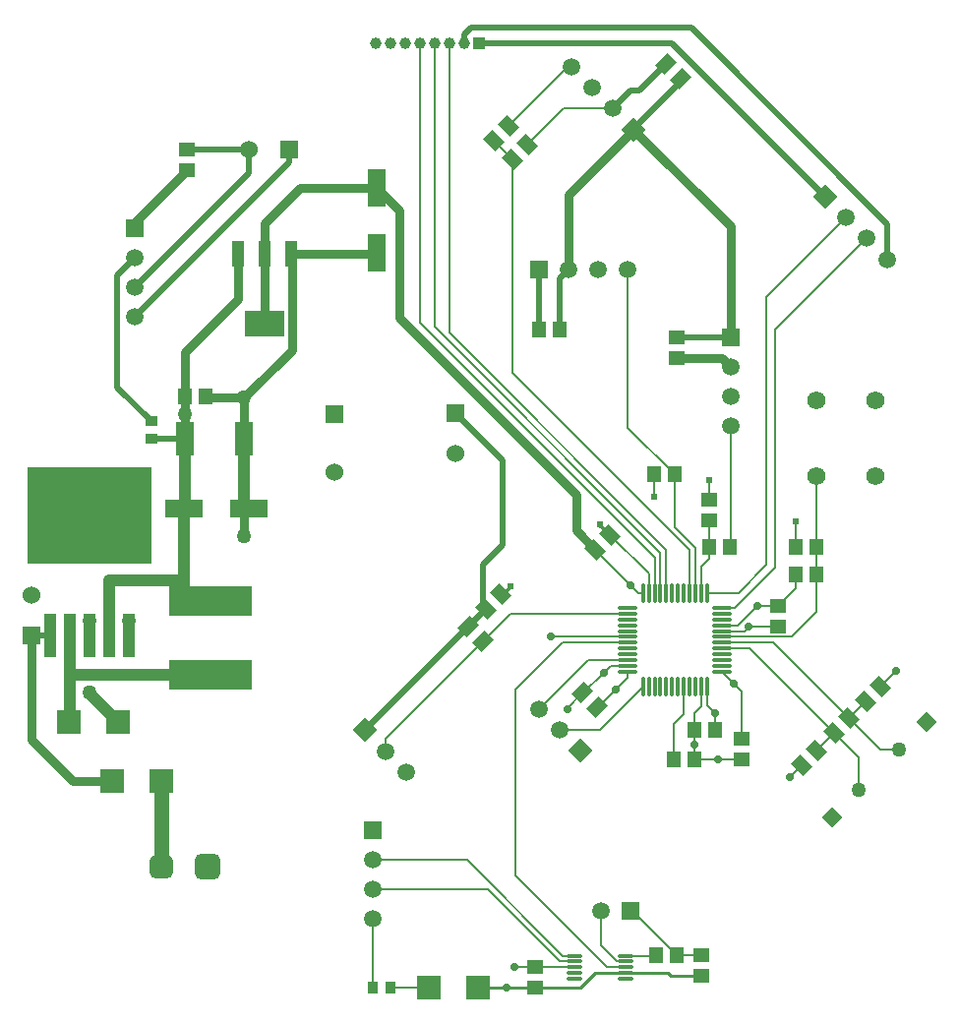
<source format=gtl>
G04*
G04 #@! TF.GenerationSoftware,Altium Limited,Altium Designer,18.1.9 (240)*
G04*
G04 Layer_Physical_Order=1*
G04 Layer_Color=255*
%FSLAX25Y25*%
%MOIN*%
G70*
G01*
G75*
%ADD14C,0.01000*%
%ADD15C,0.00800*%
%ADD17R,0.05906X0.12598*%
%ADD18R,0.07874X0.07874*%
%ADD19R,0.28347X0.09843*%
%ADD20R,0.05906X0.11811*%
%ADD21R,0.12598X0.05906*%
%ADD22R,0.03937X0.08661*%
%ADD23R,0.13780X0.08661*%
%ADD24R,0.04567X0.05787*%
%ADD25R,0.05787X0.04567*%
%ADD26O,0.07087X0.01102*%
%ADD27O,0.01102X0.07087*%
G04:AMPARAMS|DCode=28|XSize=45.67mil|YSize=57.87mil|CornerRadius=0mil|HoleSize=0mil|Usage=FLASHONLY|Rotation=225.000|XOffset=0mil|YOffset=0mil|HoleType=Round|Shape=Rectangle|*
%AMROTATEDRECTD28*
4,1,4,-0.00432,0.03661,0.03661,-0.00432,0.00432,-0.03661,-0.03661,0.00432,-0.00432,0.03661,0.0*
%
%ADD28ROTATEDRECTD28*%

%ADD29R,0.03661X0.03858*%
%ADD30O,0.05512X0.01102*%
%ADD31R,0.41929X0.33071*%
%ADD32R,0.04134X0.14961*%
%ADD33R,0.03858X0.03661*%
G04:AMPARAMS|DCode=34|XSize=45.67mil|YSize=57.87mil|CornerRadius=0mil|HoleSize=0mil|Usage=FLASHONLY|Rotation=135.000|XOffset=0mil|YOffset=0mil|HoleType=Round|Shape=Rectangle|*
%AMROTATEDRECTD34*
4,1,4,0.03661,0.00432,-0.00432,-0.03661,-0.03661,-0.00432,0.00432,0.03661,0.03661,0.00432,0.0*
%
%ADD34ROTATEDRECTD34*%

%ADD35P,0.07071X4X270.0*%
%ADD70C,0.02000*%
%ADD71C,0.03000*%
%ADD72C,0.04000*%
%ADD73C,0.05000*%
%ADD74R,0.06000X0.06000*%
%ADD75C,0.06000*%
%ADD76R,0.05906X0.05906*%
%ADD77C,0.05906*%
%ADD78C,0.06200*%
%ADD79R,0.06000X0.06000*%
G04:AMPARAMS|DCode=80|XSize=78.74mil|YSize=78.74mil|CornerRadius=19.68mil|HoleSize=0mil|Usage=FLASHONLY|Rotation=180.000|XOffset=0mil|YOffset=0mil|HoleType=Round|Shape=RoundedRectangle|*
%AMROUNDEDRECTD80*
21,1,0.07874,0.03937,0,0,180.0*
21,1,0.03937,0.07874,0,0,180.0*
1,1,0.03937,-0.01968,0.01968*
1,1,0.03937,0.01968,0.01968*
1,1,0.03937,0.01968,-0.01968*
1,1,0.03937,-0.01968,-0.01968*
%
%ADD80ROUNDEDRECTD80*%
G04:AMPARAMS|DCode=81|XSize=86.61mil|YSize=86.61mil|CornerRadius=21.65mil|HoleSize=0mil|Usage=FLASHONLY|Rotation=180.000|XOffset=0mil|YOffset=0mil|HoleType=Round|Shape=RoundedRectangle|*
%AMROUNDEDRECTD81*
21,1,0.08661,0.04331,0,0,180.0*
21,1,0.04331,0.08661,0,0,180.0*
1,1,0.04331,-0.02165,0.02165*
1,1,0.04331,0.02165,0.02165*
1,1,0.04331,0.02165,-0.02165*
1,1,0.04331,-0.02165,-0.02165*
%
%ADD81ROUNDEDRECTD81*%
%ADD82P,0.08352X4X180.0*%
%ADD83R,0.05906X0.05906*%
%ADD84C,0.03937*%
%ADD85R,0.03937X0.03937*%
%ADD86C,0.05000*%
%ADD87C,0.02800*%
%ADD88C,0.02400*%
D14*
X202390Y33000D02*
X212000D01*
X192772D02*
X202390D01*
X258000Y36996D02*
X268504D01*
X256965Y38032D02*
X258000Y36996D01*
X242665Y38032D02*
X256965D01*
X232531D02*
X242665D01*
X227496Y32996D02*
X232531Y38032D01*
X212004Y32996D02*
X227496D01*
X212000Y33000D02*
X212004Y32996D01*
X234000Y189955D02*
X237478Y186478D01*
X201056Y166329D02*
X203879Y169151D01*
X200343Y166329D02*
X201056D01*
D15*
X271004Y198520D02*
Y205000D01*
Y198504D02*
Y198520D01*
X271000Y198500D02*
X271004Y198504D01*
X235500Y139959D02*
X237679Y142138D01*
X228518Y132978D02*
X235500Y139959D01*
X334500Y140368D02*
Y140500D01*
X329104Y134972D02*
X334500Y140368D01*
X329104Y134972D02*
X330972D01*
X298500Y104368D02*
X302582Y108449D01*
Y108082D02*
Y108449D01*
X282949Y153949D02*
X284496Y155496D01*
X294496D01*
X275441Y153949D02*
X282949D01*
X176236Y33000D02*
X176236Y33000D01*
X163036Y33000D02*
X176236D01*
X156973Y33000D02*
X157004Y33031D01*
Y56500D01*
X265992Y120500D02*
Y125992D01*
X268354Y128354D01*
Y135051D01*
X270323Y128677D02*
Y135051D01*
X273000Y120500D02*
Y126000D01*
X270323Y128677D02*
X273000Y126000D01*
X279500Y136110D02*
X282157Y133453D01*
X275441Y140169D02*
X279500Y136110D01*
X239500Y134049D02*
X243551Y138100D01*
X233474Y128022D02*
X239500Y134049D01*
X244500Y169545D02*
X247104Y166941D01*
X232522Y181522D02*
X244500Y169545D01*
X161450Y113293D02*
Y117524D01*
X194336Y150410D01*
X278004Y182500D02*
X278500Y182996D01*
Y223500D01*
X270992Y198508D02*
X271000Y198500D01*
X252496Y199500D02*
Y207000D01*
X259504Y188996D02*
Y207000D01*
X243551Y222953D02*
Y276500D01*
Y222953D02*
X259504Y207000D01*
X270992Y198508D02*
X271004Y198520D01*
X259504Y188996D02*
X266386Y182114D01*
Y166941D02*
Y182114D01*
X264417Y166941D02*
Y181556D01*
X204379Y241595D02*
X264417Y181556D01*
X268354Y175862D02*
X270992Y178500D01*
X268354Y166941D02*
Y175862D01*
X270992Y178500D02*
Y191500D01*
X204379Y241595D02*
Y313722D01*
X221657Y331000D02*
X238500D01*
X209334Y318677D02*
X221657Y331000D01*
X202970Y325041D02*
X223071Y345142D01*
X224358D01*
X256543Y166941D02*
Y181508D01*
X183000Y255051D02*
X256543Y181508D01*
X183000Y255051D02*
Y353000D01*
X254575Y166941D02*
Y180425D01*
X178000Y257000D02*
X254575Y180425D01*
X178000Y257000D02*
Y353000D01*
X252606Y166941D02*
Y178894D01*
X173000Y258500D02*
X252606Y178894D01*
X173000Y258500D02*
Y353000D01*
X250638Y166941D02*
Y173318D01*
X237478Y186478D02*
X250638Y173318D01*
X247104Y166941D02*
X248669D01*
X290500Y267142D02*
X317429Y294071D01*
X290500Y176500D02*
Y267142D01*
X280941Y166941D02*
X290500Y176500D01*
X270323Y166941D02*
X280941D01*
X293500Y256000D02*
X324500Y287000D01*
X293500Y175500D02*
Y256000D01*
X279823Y161823D02*
X293500Y175500D01*
X275441Y161823D02*
X279823D01*
X273996Y110500D02*
X282154D01*
X266000D02*
X273996D01*
X265992Y115504D02*
Y120500D01*
Y110508D02*
Y115504D01*
X223000Y127959D02*
X228018Y132978D01*
X223000Y127571D02*
Y127959D01*
X205500Y134000D02*
X221512Y150012D01*
X205500Y71004D02*
X236504Y40000D01*
X205500Y71004D02*
Y134000D01*
X221567Y43937D02*
X225342D01*
X220535Y41969D02*
X225342D01*
X196004Y66500D02*
X220535Y41969D01*
X189004Y76500D02*
X221567Y43937D01*
X205004Y40000D02*
X212000D01*
X244504Y59000D02*
X245008D01*
X242665Y43937D02*
X252937Y43937D01*
X194336Y150410D02*
X203780Y159854D01*
X243551D01*
X245008Y59000D02*
X260008Y44000D01*
X217500Y152000D02*
X217520Y151980D01*
X243551D01*
X221512Y150012D02*
X243551D01*
X282157Y117504D02*
Y133453D01*
X234504Y47417D02*
X239735Y42186D01*
X234504Y59000D02*
X234504Y47417D01*
X239735Y42186D02*
X242448D01*
X242665Y41969D01*
X275441Y150012D02*
X292850D01*
X318500Y124362D01*
X284908Y148043D02*
X313545Y119407D01*
X275441Y148043D02*
X284908D01*
X307496Y173000D02*
Y206500D01*
Y160500D02*
Y173000D01*
X298976Y151980D02*
X307496Y160500D01*
X275441Y151980D02*
X298976D01*
X300488Y168496D02*
Y173000D01*
X294496Y162504D02*
X300488Y168496D01*
X300492Y182500D02*
X300496Y182504D01*
Y191000D01*
X318500Y124362D02*
X329107Y113756D01*
X228018Y132978D02*
X228518D01*
X232974Y128022D02*
X233474D01*
X318500Y124362D02*
X324149Y130011D01*
Y130016D01*
X287500Y162504D02*
X294496D01*
X280913Y155917D02*
X287500Y162504D01*
X275441Y155917D02*
X280913D01*
X321880Y100170D02*
Y111072D01*
X313545Y119407D02*
X321880Y111072D01*
X329107Y113756D02*
X335465D01*
X307537Y113405D02*
X307543D01*
X313545Y119407D01*
X282154Y110500D02*
X282157Y110496D01*
X212000Y40000D02*
X212004Y40004D01*
X236504Y40000D02*
X242665Y40000D01*
X157004Y76500D02*
X189004D01*
X157004Y66500D02*
X196004D01*
X258992Y110500D02*
Y122500D01*
X265992Y110508D02*
X266000Y110500D01*
X258992Y122500D02*
X262449Y125957D01*
Y135051D01*
X213425Y127571D02*
X229960Y144106D01*
X243551D01*
X220496Y120500D02*
X234118D01*
X248669Y135051D01*
X237679Y142138D02*
X243551D01*
X243551Y138100D02*
Y140169D01*
X268500Y44000D02*
X268504Y44004D01*
X260008Y44000D02*
X268500D01*
X252937Y43937D02*
X253000Y44000D01*
X212004Y40004D02*
X212008Y40000D01*
X225342D01*
X198015Y320086D02*
X204379Y313722D01*
D17*
X158500Y304000D02*
D03*
Y281976D02*
D03*
D18*
X70768Y123000D02*
D03*
X54232D02*
D03*
X176236Y33000D02*
D03*
X192772Y33000D02*
D03*
X85268Y103000D02*
D03*
X68732D02*
D03*
D19*
X102000Y164000D02*
D03*
Y139000D02*
D03*
D20*
X113500Y219000D02*
D03*
X93500D02*
D03*
D21*
X93000Y195500D02*
D03*
X115024D02*
D03*
D22*
X129555Y281811D02*
D03*
X120500D02*
D03*
X111445D02*
D03*
D23*
X120500Y258189D02*
D03*
D24*
X252496Y207000D02*
D03*
X259504D02*
D03*
X93496Y233500D02*
D03*
X100504D02*
D03*
X266000Y110500D02*
D03*
X258992D02*
D03*
X260008Y44000D02*
D03*
X253000D02*
D03*
X270996Y182500D02*
D03*
X278004D02*
D03*
X213496Y256000D02*
D03*
X220504D02*
D03*
X307500Y182500D02*
D03*
X300492D02*
D03*
X307496Y173000D02*
D03*
X300488D02*
D03*
X273000Y120500D02*
D03*
X265992D02*
D03*
D25*
X212004Y40004D02*
D03*
Y32996D02*
D03*
X268504Y44004D02*
D03*
Y36996D02*
D03*
X94000Y309996D02*
D03*
Y317004D02*
D03*
X294496Y155496D02*
D03*
Y162504D02*
D03*
X270992Y198508D02*
D03*
Y191500D02*
D03*
X260000Y246496D02*
D03*
Y253504D02*
D03*
X282157Y117504D02*
D03*
Y110496D02*
D03*
D26*
X275441Y140169D02*
D03*
Y142138D02*
D03*
X275441Y144106D02*
D03*
Y146075D02*
D03*
X275441Y148043D02*
D03*
Y150012D02*
D03*
Y151980D02*
D03*
Y153949D02*
D03*
Y155917D02*
D03*
Y157886D02*
D03*
Y159854D02*
D03*
Y161823D02*
D03*
X243551Y161823D02*
D03*
Y159854D02*
D03*
Y157886D02*
D03*
X243551Y155917D02*
D03*
Y153949D02*
D03*
Y151980D02*
D03*
Y150012D02*
D03*
Y148043D02*
D03*
X243551Y146075D02*
D03*
Y144106D02*
D03*
X243551Y142138D02*
D03*
X243551Y140169D02*
D03*
D27*
X270323Y166941D02*
D03*
X268354D02*
D03*
X266386D02*
D03*
X264417D02*
D03*
X262449D02*
D03*
X260480D02*
D03*
X258512D02*
D03*
X256543D02*
D03*
X254575D02*
D03*
X252606D02*
D03*
X250638D02*
D03*
X248669D02*
D03*
Y135051D02*
D03*
X250638Y135051D02*
D03*
X252606D02*
D03*
X254575D02*
D03*
X256543D02*
D03*
X258512D02*
D03*
X260480D02*
D03*
X262449Y135051D02*
D03*
X264417Y135051D02*
D03*
X266386D02*
D03*
X268354D02*
D03*
X270323D02*
D03*
D28*
X313545Y119407D02*
D03*
X318500Y124362D02*
D03*
X209334Y318677D02*
D03*
X204379Y313722D02*
D03*
X198015Y320086D02*
D03*
X202970Y325041D02*
D03*
X232522Y181522D02*
D03*
X237478Y186478D02*
D03*
X200343Y166329D02*
D03*
X195388Y161373D02*
D03*
X329104Y134972D02*
D03*
X324149Y130016D02*
D03*
X307537Y113405D02*
D03*
X302582Y108449D02*
D03*
D29*
X156973Y33000D02*
D03*
X163036Y33000D02*
D03*
D30*
X225342Y43937D02*
D03*
X225342Y41969D02*
D03*
Y40000D02*
D03*
Y38032D02*
D03*
X225342Y36063D02*
D03*
X242665D02*
D03*
X242665Y38032D02*
D03*
X242665Y40000D02*
D03*
Y41969D02*
D03*
Y43937D02*
D03*
D31*
X61000Y193051D02*
D03*
D32*
X74386Y152500D02*
D03*
X67693Y152500D02*
D03*
X61000D02*
D03*
X54307D02*
D03*
X47614D02*
D03*
D33*
X82000Y225031D02*
D03*
Y218969D02*
D03*
D34*
X256500Y345978D02*
D03*
X261455Y341022D02*
D03*
X232974Y128022D02*
D03*
X228018Y132978D02*
D03*
X189381Y155366D02*
D03*
X194336Y150410D02*
D03*
D35*
X312665Y90956D02*
D03*
X344680Y122970D02*
D03*
D70*
X247522Y337000D02*
X256500Y345978D01*
X244500Y337000D02*
X247522D01*
X238500Y331000D02*
X244500Y337000D01*
X261455Y340000D02*
Y341022D01*
X245571Y324116D02*
X261455Y340000D01*
X201000Y183000D02*
Y211779D01*
X185000Y227780D02*
X201000Y211779D01*
X194500Y162261D02*
X195388Y161373D01*
X194500Y162261D02*
Y176500D01*
X201000Y183000D01*
X189381Y155366D02*
X195388Y161373D01*
X154379Y120364D02*
X189381Y155366D01*
X234000Y189955D02*
Y190000D01*
X245571Y323929D02*
Y324116D01*
X220504Y273453D02*
X223551Y276500D01*
X220504Y256000D02*
Y273453D01*
X213496Y276445D02*
X213551Y276500D01*
X213496Y256000D02*
Y276445D01*
X278496Y253504D02*
X278500Y253500D01*
X260000Y253504D02*
X278496D01*
X94000Y317004D02*
X94004Y317000D01*
X115000D01*
X188000Y356000D02*
X190500Y358500D01*
X188000Y353000D02*
Y356000D01*
X190500Y358500D02*
X265000D01*
X331571Y279929D02*
Y291929D01*
X265000Y358500D02*
X331571Y291929D01*
X258500Y353000D02*
X310358Y301142D01*
X193000Y353000D02*
X258500D01*
X82000Y218969D02*
X93468D01*
X41500Y152500D02*
X47614D01*
X70500Y236531D02*
X82000Y225031D01*
X70500Y236531D02*
Y274500D01*
X76500Y280500D01*
X128779Y312779D02*
Y317000D01*
X76500Y260500D02*
X128779Y312779D01*
X115000Y309000D02*
Y317000D01*
X76500Y270500D02*
X115000Y309000D01*
D71*
X158500Y304000D02*
X166000Y296500D01*
X226000Y188045D02*
X232522Y181522D01*
X226000Y188045D02*
Y200000D01*
X166000Y260000D02*
X226000Y200000D01*
X166000Y260000D02*
Y296500D01*
X113500Y186000D02*
Y193976D01*
X115024Y195500D01*
X93500Y227500D02*
Y248500D01*
X275504Y246496D02*
X278500Y243500D01*
X260000Y246496D02*
X275504D01*
X76500Y290500D02*
Y292496D01*
X94000Y309996D01*
X100504Y233500D02*
X101004Y233000D01*
X113500D01*
Y219000D02*
Y233000D01*
X129690Y249190D01*
X111445Y266445D02*
Y281811D01*
X93500Y248500D02*
X111445Y266445D01*
X120500Y258189D02*
Y281811D01*
X129690Y249190D02*
Y281676D01*
X129555Y281811D02*
X129690Y281676D01*
X93500Y219000D02*
Y227500D01*
X158335Y281811D02*
X158500Y281976D01*
X129555Y281811D02*
X158335D01*
X132500Y304000D02*
X158500D01*
X120500Y292000D02*
X132500Y304000D01*
X120500Y281811D02*
Y292000D01*
X278500Y253500D02*
Y291000D01*
X245571Y323929D02*
X278500Y291000D01*
X223551Y301909D02*
X245571Y323929D01*
X223551Y276500D02*
Y301909D01*
X61000Y132768D02*
Y133000D01*
X41500Y117000D02*
Y152500D01*
X55500Y103000D02*
X68732D01*
X41500Y117000D02*
X55500Y103000D01*
D72*
X93000Y161500D02*
Y171500D01*
X93468Y218969D02*
X93500Y219000D01*
X93000Y195500D02*
X93500Y196000D01*
Y219000D01*
X113500Y197024D02*
X115024Y195500D01*
X113500Y197024D02*
Y219000D01*
X93000Y171500D02*
Y195500D01*
X92500Y171000D02*
X93000Y171500D01*
X67693Y171000D02*
X92500D01*
X67693Y152500D02*
Y171000D01*
X101500Y164500D02*
X102000Y164000D01*
X54307Y139000D02*
Y152500D01*
Y123075D02*
Y139000D01*
X102000D01*
X54232Y123000D02*
X54307Y123075D01*
X61000Y132768D02*
X70768Y123000D01*
D73*
X85268Y103000D02*
X85409Y102858D01*
Y74000D02*
Y102858D01*
D74*
X185000Y227780D02*
D03*
X144000Y227500D02*
D03*
X41500Y152500D02*
D03*
D75*
X185000Y214000D02*
D03*
X144000Y207815D02*
D03*
X41500Y166279D02*
D03*
X115000Y317000D02*
D03*
D76*
X157004Y86500D02*
D03*
X76500Y290500D02*
D03*
X278500Y253500D02*
D03*
D77*
X157004Y76500D02*
D03*
X157004Y66500D02*
D03*
X157004Y56500D02*
D03*
X220496Y120500D02*
D03*
X213425Y127571D02*
D03*
X76500Y260500D02*
D03*
Y270500D02*
D03*
Y280500D02*
D03*
X278500Y223500D02*
D03*
Y233500D02*
D03*
Y243500D02*
D03*
X224358Y345142D02*
D03*
X231429Y338071D02*
D03*
X238500Y331000D02*
D03*
X243551Y276500D02*
D03*
X233551D02*
D03*
X223551D02*
D03*
X161450Y113293D02*
D03*
X168521Y106222D02*
D03*
X234504Y59000D02*
D03*
X331571Y279929D02*
D03*
X324500Y287000D02*
D03*
X317429Y294071D02*
D03*
D78*
X307496Y206500D02*
D03*
Y232091D02*
D03*
X327496Y206500D02*
D03*
X327496Y232091D02*
D03*
D79*
X128779Y317000D02*
D03*
D80*
X85409Y74000D02*
D03*
D81*
X101000D02*
D03*
D82*
X227567Y113429D02*
D03*
X245571Y323929D02*
D03*
X154379Y120364D02*
D03*
X310358Y301142D02*
D03*
D83*
X213551Y276500D02*
D03*
X244504Y59000D02*
D03*
D84*
X158000Y353000D02*
D03*
X163000D02*
D03*
X168000D02*
D03*
X173000D02*
D03*
X178000D02*
D03*
X183000D02*
D03*
X188000Y353000D02*
D03*
D85*
X193000Y353000D02*
D03*
D86*
X321880Y100170D02*
D03*
X335465Y113756D02*
D03*
X113500Y186000D02*
D03*
X113500Y233000D02*
D03*
X93500Y227500D02*
D03*
X61000Y133000D02*
D03*
X74500Y157500D02*
D03*
X61000D02*
D03*
D87*
X334500Y140368D02*
D03*
X298500Y104368D02*
D03*
X284496Y155496D02*
D03*
X202390Y33000D02*
D03*
X273000Y126000D02*
D03*
X239500Y134049D02*
D03*
X244500Y169545D02*
D03*
X287500Y162504D02*
D03*
X279500Y136110D02*
D03*
X235500Y139959D02*
D03*
X223000Y127571D02*
D03*
X217500Y152000D02*
D03*
X265992Y115504D02*
D03*
X273996Y110500D02*
D03*
X205004Y40000D02*
D03*
D88*
X234000Y190000D02*
D03*
X271004Y205000D02*
D03*
X252496Y199500D02*
D03*
X203879Y169151D02*
D03*
X300496Y191000D02*
D03*
M02*

</source>
